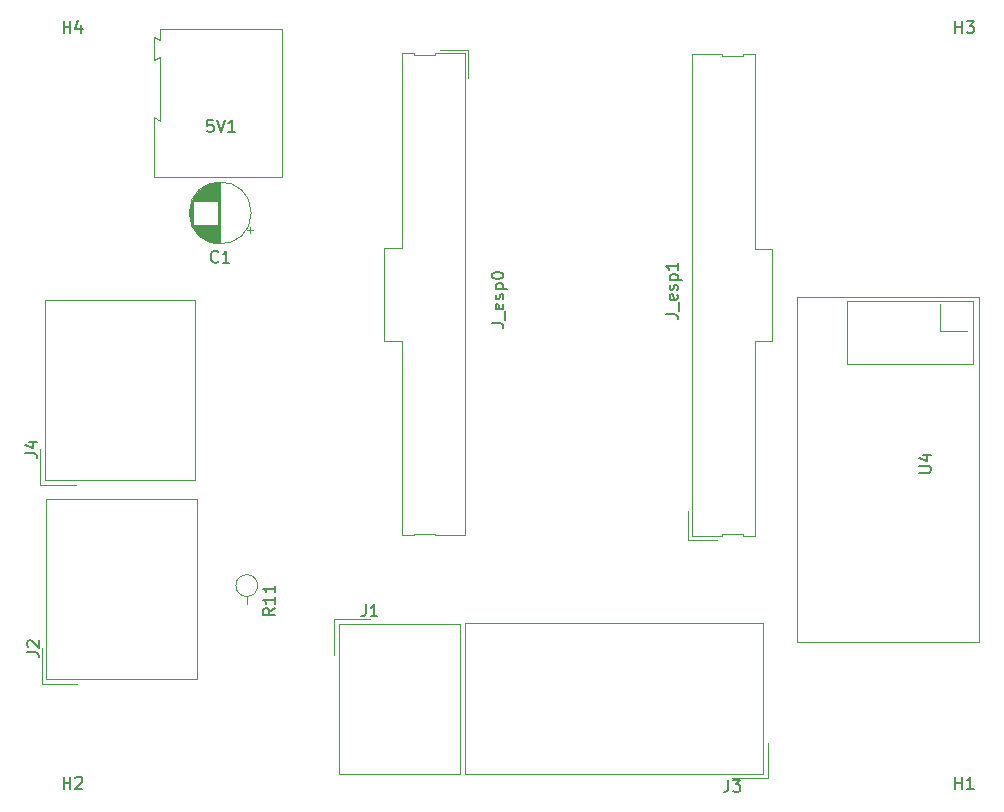
<source format=gbr>
%TF.GenerationSoftware,KiCad,Pcbnew,6.0.11+dfsg-1*%
%TF.CreationDate,2023-04-26T14:23:15-05:00*%
%TF.ProjectId,water_tank_module,77617465-725f-4746-916e-6b5f6d6f6475,rev?*%
%TF.SameCoordinates,Original*%
%TF.FileFunction,Legend,Top*%
%TF.FilePolarity,Positive*%
%FSLAX46Y46*%
G04 Gerber Fmt 4.6, Leading zero omitted, Abs format (unit mm)*
G04 Created by KiCad (PCBNEW 6.0.11+dfsg-1) date 2023-04-26 14:23:15*
%MOMM*%
%LPD*%
G01*
G04 APERTURE LIST*
%ADD10C,0.150000*%
%ADD11C,0.120000*%
G04 APERTURE END LIST*
D10*
%TO.C,J4*%
X115752380Y-103333333D02*
X116466666Y-103333333D01*
X116609523Y-103380952D01*
X116704761Y-103476190D01*
X116752380Y-103619047D01*
X116752380Y-103714285D01*
X116085714Y-102428571D02*
X116752380Y-102428571D01*
X115704761Y-102666666D02*
X116419047Y-102904761D01*
X116419047Y-102285714D01*
%TO.C,J2*%
X115894880Y-120190833D02*
X116609166Y-120190833D01*
X116752023Y-120238452D01*
X116847261Y-120333690D01*
X116894880Y-120476547D01*
X116894880Y-120571785D01*
X115990119Y-119762261D02*
X115942500Y-119714642D01*
X115894880Y-119619404D01*
X115894880Y-119381309D01*
X115942500Y-119286071D01*
X115990119Y-119238452D01*
X116085357Y-119190833D01*
X116180595Y-119190833D01*
X116323452Y-119238452D01*
X116894880Y-119809880D01*
X116894880Y-119190833D01*
%TO.C,J3*%
X175274166Y-131009880D02*
X175274166Y-131724166D01*
X175226547Y-131867023D01*
X175131309Y-131962261D01*
X174988452Y-132009880D01*
X174893214Y-132009880D01*
X175655119Y-131009880D02*
X176274166Y-131009880D01*
X175940833Y-131390833D01*
X176083690Y-131390833D01*
X176178928Y-131438452D01*
X176226547Y-131486071D01*
X176274166Y-131581309D01*
X176274166Y-131819404D01*
X176226547Y-131914642D01*
X176178928Y-131962261D01*
X176083690Y-132009880D01*
X175797976Y-132009880D01*
X175702738Y-131962261D01*
X175655119Y-131914642D01*
%TO.C,H2*%
X118988095Y-131752380D02*
X118988095Y-130752380D01*
X118988095Y-131228571D02*
X119559523Y-131228571D01*
X119559523Y-131752380D02*
X119559523Y-130752380D01*
X119988095Y-130847619D02*
X120035714Y-130800000D01*
X120130952Y-130752380D01*
X120369047Y-130752380D01*
X120464285Y-130800000D01*
X120511904Y-130847619D01*
X120559523Y-130942857D01*
X120559523Y-131038095D01*
X120511904Y-131180952D01*
X119940476Y-131752380D01*
X120559523Y-131752380D01*
%TO.C,U4*%
X191425380Y-104997904D02*
X192234904Y-104997904D01*
X192330142Y-104950285D01*
X192377761Y-104902666D01*
X192425380Y-104807428D01*
X192425380Y-104616952D01*
X192377761Y-104521714D01*
X192330142Y-104474095D01*
X192234904Y-104426476D01*
X191425380Y-104426476D01*
X191758714Y-103521714D02*
X192425380Y-103521714D01*
X191377761Y-103759809D02*
X192092047Y-103997904D01*
X192092047Y-103378857D01*
%TO.C,C1*%
X132082446Y-87106255D02*
X132034827Y-87153874D01*
X131891970Y-87201493D01*
X131796732Y-87201493D01*
X131653874Y-87153874D01*
X131558636Y-87058636D01*
X131511017Y-86963398D01*
X131463398Y-86772922D01*
X131463398Y-86630065D01*
X131511017Y-86439589D01*
X131558636Y-86344351D01*
X131653874Y-86249113D01*
X131796732Y-86201493D01*
X131891970Y-86201493D01*
X132034827Y-86249113D01*
X132082446Y-86296732D01*
X133034827Y-87201493D02*
X132463398Y-87201493D01*
X132749113Y-87201493D02*
X132749113Y-86201493D01*
X132653874Y-86344351D01*
X132558636Y-86439589D01*
X132463398Y-86487208D01*
%TO.C,H3*%
X194488095Y-67752380D02*
X194488095Y-66752380D01*
X194488095Y-67228571D02*
X195059523Y-67228571D01*
X195059523Y-67752380D02*
X195059523Y-66752380D01*
X195440476Y-66752380D02*
X196059523Y-66752380D01*
X195726190Y-67133333D01*
X195869047Y-67133333D01*
X195964285Y-67180952D01*
X196011904Y-67228571D01*
X196059523Y-67323809D01*
X196059523Y-67561904D01*
X196011904Y-67657142D01*
X195964285Y-67704761D01*
X195869047Y-67752380D01*
X195583333Y-67752380D01*
X195488095Y-67704761D01*
X195440476Y-67657142D01*
%TO.C,J_esp0*%
X155229880Y-92345000D02*
X155944166Y-92345000D01*
X156087023Y-92392619D01*
X156182261Y-92487857D01*
X156229880Y-92630714D01*
X156229880Y-92725952D01*
X156325119Y-92106904D02*
X156325119Y-91345000D01*
X156182261Y-90725952D02*
X156229880Y-90821190D01*
X156229880Y-91011666D01*
X156182261Y-91106904D01*
X156087023Y-91154523D01*
X155706071Y-91154523D01*
X155610833Y-91106904D01*
X155563214Y-91011666D01*
X155563214Y-90821190D01*
X155610833Y-90725952D01*
X155706071Y-90678333D01*
X155801309Y-90678333D01*
X155896547Y-91154523D01*
X156182261Y-90297380D02*
X156229880Y-90202142D01*
X156229880Y-90011666D01*
X156182261Y-89916428D01*
X156087023Y-89868809D01*
X156039404Y-89868809D01*
X155944166Y-89916428D01*
X155896547Y-90011666D01*
X155896547Y-90154523D01*
X155848928Y-90249761D01*
X155753690Y-90297380D01*
X155706071Y-90297380D01*
X155610833Y-90249761D01*
X155563214Y-90154523D01*
X155563214Y-90011666D01*
X155610833Y-89916428D01*
X155563214Y-89440238D02*
X156563214Y-89440238D01*
X155610833Y-89440238D02*
X155563214Y-89345000D01*
X155563214Y-89154523D01*
X155610833Y-89059285D01*
X155658452Y-89011666D01*
X155753690Y-88964047D01*
X156039404Y-88964047D01*
X156134642Y-89011666D01*
X156182261Y-89059285D01*
X156229880Y-89154523D01*
X156229880Y-89345000D01*
X156182261Y-89440238D01*
X155229880Y-88345000D02*
X155229880Y-88249761D01*
X155277500Y-88154523D01*
X155325119Y-88106904D01*
X155420357Y-88059285D01*
X155610833Y-88011666D01*
X155848928Y-88011666D01*
X156039404Y-88059285D01*
X156134642Y-88106904D01*
X156182261Y-88154523D01*
X156229880Y-88249761D01*
X156229880Y-88345000D01*
X156182261Y-88440238D01*
X156134642Y-88487857D01*
X156039404Y-88535476D01*
X155848928Y-88583095D01*
X155610833Y-88583095D01*
X155420357Y-88535476D01*
X155325119Y-88487857D01*
X155277500Y-88440238D01*
X155229880Y-88345000D01*
%TO.C,5V1*%
X131640133Y-75140443D02*
X131163942Y-75140443D01*
X131116323Y-75616634D01*
X131163942Y-75569015D01*
X131259180Y-75521396D01*
X131497276Y-75521396D01*
X131592514Y-75569015D01*
X131640133Y-75616634D01*
X131687752Y-75711872D01*
X131687752Y-75949967D01*
X131640133Y-76045205D01*
X131592514Y-76092824D01*
X131497276Y-76140443D01*
X131259180Y-76140443D01*
X131163942Y-76092824D01*
X131116323Y-76045205D01*
X131973466Y-75140443D02*
X132306800Y-76140443D01*
X132640133Y-75140443D01*
X133497276Y-76140443D02*
X132925847Y-76140443D01*
X133211561Y-76140443D02*
X133211561Y-75140443D01*
X133116323Y-75283301D01*
X133021085Y-75378539D01*
X132925847Y-75426158D01*
%TO.C,H4*%
X118988095Y-67752380D02*
X118988095Y-66752380D01*
X118988095Y-67228571D02*
X119559523Y-67228571D01*
X119559523Y-67752380D02*
X119559523Y-66752380D01*
X120464285Y-67085714D02*
X120464285Y-67752380D01*
X120226190Y-66704761D02*
X119988095Y-67419047D01*
X120607142Y-67419047D01*
%TO.C,H1*%
X194488095Y-131752380D02*
X194488095Y-130752380D01*
X194488095Y-131228571D02*
X195059523Y-131228571D01*
X195059523Y-131752380D02*
X195059523Y-130752380D01*
X196059523Y-131752380D02*
X195488095Y-131752380D01*
X195773809Y-131752380D02*
X195773809Y-130752380D01*
X195678571Y-130895238D01*
X195583333Y-130990476D01*
X195488095Y-131038095D01*
%TO.C,J1*%
X144559166Y-116144880D02*
X144559166Y-116859166D01*
X144511547Y-117002023D01*
X144416309Y-117097261D01*
X144273452Y-117144880D01*
X144178214Y-117144880D01*
X145559166Y-117144880D02*
X144987738Y-117144880D01*
X145273452Y-117144880D02*
X145273452Y-116144880D01*
X145178214Y-116287738D01*
X145082976Y-116382976D01*
X144987738Y-116430595D01*
%TO.C,R11*%
X136872380Y-116462607D02*
X136396190Y-116795940D01*
X136872380Y-117034035D02*
X135872380Y-117034035D01*
X135872380Y-116653083D01*
X135920000Y-116557845D01*
X135967619Y-116510226D01*
X136062857Y-116462607D01*
X136205714Y-116462607D01*
X136300952Y-116510226D01*
X136348571Y-116557845D01*
X136396190Y-116653083D01*
X136396190Y-117034035D01*
X136872380Y-115510226D02*
X136872380Y-116081654D01*
X136872380Y-115795940D02*
X135872380Y-115795940D01*
X136015238Y-115891178D01*
X136110476Y-115986416D01*
X136158095Y-116081654D01*
X136872380Y-114557845D02*
X136872380Y-115129273D01*
X136872380Y-114843559D02*
X135872380Y-114843559D01*
X136015238Y-114938797D01*
X136110476Y-115034035D01*
X136158095Y-115129273D01*
%TO.C,J_esp1*%
X169975380Y-91564000D02*
X170689666Y-91564000D01*
X170832523Y-91611619D01*
X170927761Y-91706857D01*
X170975380Y-91849714D01*
X170975380Y-91944952D01*
X171070619Y-91325904D02*
X171070619Y-90564000D01*
X170927761Y-89944952D02*
X170975380Y-90040190D01*
X170975380Y-90230666D01*
X170927761Y-90325904D01*
X170832523Y-90373523D01*
X170451571Y-90373523D01*
X170356333Y-90325904D01*
X170308714Y-90230666D01*
X170308714Y-90040190D01*
X170356333Y-89944952D01*
X170451571Y-89897333D01*
X170546809Y-89897333D01*
X170642047Y-90373523D01*
X170927761Y-89516380D02*
X170975380Y-89421142D01*
X170975380Y-89230666D01*
X170927761Y-89135428D01*
X170832523Y-89087809D01*
X170784904Y-89087809D01*
X170689666Y-89135428D01*
X170642047Y-89230666D01*
X170642047Y-89373523D01*
X170594428Y-89468761D01*
X170499190Y-89516380D01*
X170451571Y-89516380D01*
X170356333Y-89468761D01*
X170308714Y-89373523D01*
X170308714Y-89230666D01*
X170356333Y-89135428D01*
X170308714Y-88659238D02*
X171308714Y-88659238D01*
X170356333Y-88659238D02*
X170308714Y-88564000D01*
X170308714Y-88373523D01*
X170356333Y-88278285D01*
X170403952Y-88230666D01*
X170499190Y-88183047D01*
X170784904Y-88183047D01*
X170880142Y-88230666D01*
X170927761Y-88278285D01*
X170975380Y-88373523D01*
X170975380Y-88564000D01*
X170927761Y-88659238D01*
X170975380Y-87230666D02*
X170975380Y-87802095D01*
X170975380Y-87516380D02*
X169975380Y-87516380D01*
X170118238Y-87611619D01*
X170213476Y-87706857D01*
X170261095Y-87802095D01*
D11*
%TO.C,J4*%
X120000000Y-106000000D02*
X117000000Y-106000000D01*
X117380000Y-105620000D02*
X117380000Y-90380000D01*
X117380000Y-90380000D02*
X130120000Y-90380000D01*
X117000000Y-106000000D02*
X117000000Y-103000000D01*
X117380000Y-105620000D02*
X117380000Y-90380000D01*
X130120000Y-105620000D02*
X130120000Y-90380000D01*
X117380000Y-105620000D02*
X130120000Y-105620000D01*
X117380000Y-90380000D02*
X130120000Y-90380000D01*
X117380000Y-105620000D02*
X130120000Y-105620000D01*
X130120000Y-105620000D02*
X130120000Y-90380000D01*
%TO.C,J2*%
X117522500Y-122477500D02*
X117522500Y-107237500D01*
X120142500Y-122857500D02*
X117142500Y-122857500D01*
X117522500Y-122477500D02*
X130262500Y-122477500D01*
X117522500Y-107237500D02*
X130262500Y-107237500D01*
X117522500Y-107237500D02*
X130262500Y-107237500D01*
X117522500Y-122477500D02*
X117522500Y-107237500D01*
X130262500Y-122477500D02*
X130262500Y-107237500D01*
X117142500Y-122857500D02*
X117142500Y-119857500D01*
X130262500Y-122477500D02*
X130262500Y-107237500D01*
X117522500Y-122477500D02*
X130262500Y-122477500D01*
%TO.C,J3*%
X178227500Y-117737500D02*
X152987500Y-117737500D01*
X152987500Y-130477500D02*
X152987500Y-117737500D01*
X152987500Y-130477500D02*
X152987500Y-117737500D01*
X178227500Y-130477500D02*
X152987500Y-130477500D01*
X178227500Y-117737500D02*
X152987500Y-117737500D01*
X178227500Y-130477500D02*
X178227500Y-117737500D01*
X178607500Y-127857500D02*
X178607500Y-130857500D01*
X178227500Y-130477500D02*
X178227500Y-117737500D01*
X178227500Y-130477500D02*
X152987500Y-130477500D01*
X178607500Y-130857500D02*
X175607500Y-130857500D01*
%TO.C,U4*%
X195947000Y-90474000D02*
X195947000Y-90474000D01*
X195947000Y-90474000D02*
X195947000Y-95808000D01*
X196523000Y-90144000D02*
X196523000Y-119344000D01*
X185279000Y-95808000D02*
X185279000Y-90474000D01*
X193153000Y-90728000D02*
X193153000Y-90728000D01*
X181073000Y-90144000D02*
X196523000Y-90144000D01*
X185279000Y-90474000D02*
X185279000Y-90474000D01*
X195439000Y-93014000D02*
X193153000Y-93014000D01*
X193153000Y-93014000D02*
X193153000Y-90728000D01*
X195947000Y-95808000D02*
X185279000Y-95808000D01*
X196523000Y-90144000D02*
X196523000Y-90144000D01*
X185279000Y-90474000D02*
X195947000Y-90474000D01*
X196523000Y-119344000D02*
X181073000Y-119344000D01*
X181073000Y-119344000D02*
X181073000Y-90144000D01*
%TO.C,C1*%
X129768113Y-83804113D02*
X129768113Y-82194113D01*
X131008113Y-81959113D02*
X131008113Y-80731113D01*
X130608113Y-81959113D02*
X130608113Y-80995113D01*
X131729113Y-85527113D02*
X131729113Y-84039113D01*
X131689113Y-85519113D02*
X131689113Y-84039113D01*
X130528113Y-84936113D02*
X130528113Y-84039113D01*
X130968113Y-81959113D02*
X130968113Y-80752113D01*
X130368113Y-84784113D02*
X130368113Y-84039113D01*
X129968113Y-84250113D02*
X129968113Y-84039113D01*
X130088113Y-81959113D02*
X130088113Y-81556113D01*
X131969113Y-81959113D02*
X131969113Y-80434113D01*
X131528113Y-81959113D02*
X131528113Y-80519113D01*
X131849113Y-85549113D02*
X131849113Y-84039113D01*
X131729113Y-81959113D02*
X131729113Y-80471113D01*
X131368113Y-85427113D02*
X131368113Y-84039113D01*
X130928113Y-81959113D02*
X130928113Y-80775113D01*
X131328113Y-81959113D02*
X131328113Y-80585113D01*
X131929113Y-85560113D02*
X131929113Y-84039113D01*
X130128113Y-84499113D02*
X130128113Y-84039113D01*
X131849113Y-81959113D02*
X131849113Y-80449113D01*
X131769113Y-85535113D02*
X131769113Y-84039113D01*
X131569113Y-85490113D02*
X131569113Y-84039113D01*
X131288113Y-81959113D02*
X131288113Y-80601113D01*
X130608113Y-85003113D02*
X130608113Y-84039113D01*
X130488113Y-81959113D02*
X130488113Y-81098113D01*
X130808113Y-85148113D02*
X130808113Y-84039113D01*
X130768113Y-85121113D02*
X130768113Y-84039113D01*
X131448113Y-85454113D02*
X131448113Y-84039113D01*
X132249113Y-85579113D02*
X132249113Y-80419113D01*
X132129113Y-85577113D02*
X132129113Y-80421113D01*
X132089113Y-85575113D02*
X132089113Y-80423113D01*
X131328113Y-85413113D02*
X131328113Y-84039113D01*
X132169113Y-85578113D02*
X132169113Y-80420113D01*
X129848113Y-84010113D02*
X129848113Y-81988113D01*
X130328113Y-81959113D02*
X130328113Y-81256113D01*
X130688113Y-85064113D02*
X130688113Y-84039113D01*
X131488113Y-85467113D02*
X131488113Y-84039113D01*
X131008113Y-85267113D02*
X131008113Y-84039113D01*
X130368113Y-81959113D02*
X130368113Y-81214113D01*
X130168113Y-81959113D02*
X130168113Y-81445113D01*
X130448113Y-81959113D02*
X130448113Y-81135113D01*
X130888113Y-81959113D02*
X130888113Y-80799113D01*
X131528113Y-85479113D02*
X131528113Y-84039113D01*
X131929113Y-81959113D02*
X131929113Y-80438113D01*
X130208113Y-81959113D02*
X130208113Y-81394113D01*
X130288113Y-81959113D02*
X130288113Y-81300113D01*
X134803888Y-84724113D02*
X134803888Y-84224113D01*
X131649113Y-85510113D02*
X131649113Y-84039113D01*
X131368113Y-81959113D02*
X131368113Y-80571113D01*
X130728113Y-81959113D02*
X130728113Y-80904113D01*
X131769113Y-81959113D02*
X131769113Y-80463113D01*
X131889113Y-85555113D02*
X131889113Y-84039113D01*
X131128113Y-81959113D02*
X131128113Y-80670113D01*
X130128113Y-81959113D02*
X130128113Y-81499113D01*
X130448113Y-84863113D02*
X130448113Y-84039113D01*
X131248113Y-85381113D02*
X131248113Y-84039113D01*
X130568113Y-84970113D02*
X130568113Y-84039113D01*
X130168113Y-84553113D02*
X130168113Y-84039113D01*
X130928113Y-85223113D02*
X130928113Y-84039113D01*
X129808113Y-83914113D02*
X129808113Y-82084113D01*
X129928113Y-84177113D02*
X129928113Y-81821113D01*
X130408113Y-84825113D02*
X130408113Y-84039113D01*
X131969113Y-85564113D02*
X131969113Y-84039113D01*
X130328113Y-84742113D02*
X130328113Y-84039113D01*
X131408113Y-85441113D02*
X131408113Y-84039113D01*
X131088113Y-85309113D02*
X131088113Y-84039113D01*
X130528113Y-81959113D02*
X130528113Y-81062113D01*
X130568113Y-81959113D02*
X130568113Y-81028113D01*
X130208113Y-84604113D02*
X130208113Y-84039113D01*
X132009113Y-85568113D02*
X132009113Y-84039113D01*
X130888113Y-85199113D02*
X130888113Y-84039113D01*
X129888113Y-84097113D02*
X129888113Y-81901113D01*
X129728113Y-83676113D02*
X129728113Y-82322113D01*
X132209113Y-85579113D02*
X132209113Y-80419113D01*
X130848113Y-81959113D02*
X130848113Y-80824113D01*
X130688113Y-81959113D02*
X130688113Y-80934113D01*
X131208113Y-81959113D02*
X131208113Y-80634113D01*
X130288113Y-84698113D02*
X130288113Y-84039113D01*
X131809113Y-85542113D02*
X131809113Y-84039113D01*
X131128113Y-85328113D02*
X131128113Y-84039113D01*
X130008113Y-81959113D02*
X130008113Y-81680113D01*
X131689113Y-81959113D02*
X131689113Y-80479113D01*
X131889113Y-81959113D02*
X131889113Y-80443113D01*
X130248113Y-81959113D02*
X130248113Y-81346113D01*
X131048113Y-81959113D02*
X131048113Y-80709113D01*
X131168113Y-81959113D02*
X131168113Y-80651113D01*
X130808113Y-81959113D02*
X130808113Y-80850113D01*
X132009113Y-81959113D02*
X132009113Y-80430113D01*
X131168113Y-85347113D02*
X131168113Y-84039113D01*
X131448113Y-81959113D02*
X131448113Y-80544113D01*
X130048113Y-84382113D02*
X130048113Y-84039113D01*
X131408113Y-81959113D02*
X131408113Y-80557113D01*
X131609113Y-81959113D02*
X131609113Y-80498113D01*
X130728113Y-85094113D02*
X130728113Y-84039113D01*
X130848113Y-85174113D02*
X130848113Y-84039113D01*
X130488113Y-84900113D02*
X130488113Y-84039113D01*
X131208113Y-85364113D02*
X131208113Y-84039113D01*
X131088113Y-81959113D02*
X131088113Y-80689113D01*
X130648113Y-85034113D02*
X130648113Y-84039113D01*
X131649113Y-81959113D02*
X131649113Y-80488113D01*
X130048113Y-81959113D02*
X130048113Y-81616113D01*
X132049113Y-85572113D02*
X132049113Y-80426113D01*
X131248113Y-81959113D02*
X131248113Y-80617113D01*
X131609113Y-85500113D02*
X131609113Y-84039113D01*
X129688113Y-83517113D02*
X129688113Y-82481113D01*
X131288113Y-85397113D02*
X131288113Y-84039113D01*
X131809113Y-81959113D02*
X131809113Y-80456113D01*
X130008113Y-84318113D02*
X130008113Y-84039113D01*
X130088113Y-84442113D02*
X130088113Y-84039113D01*
X130968113Y-85246113D02*
X130968113Y-84039113D01*
X130768113Y-81959113D02*
X130768113Y-80877113D01*
X130248113Y-84652113D02*
X130248113Y-84039113D01*
X131569113Y-81959113D02*
X131569113Y-80508113D01*
X130648113Y-81959113D02*
X130648113Y-80964113D01*
X130408113Y-81959113D02*
X130408113Y-81173113D01*
X131048113Y-85289113D02*
X131048113Y-84039113D01*
X135053888Y-84474113D02*
X134553888Y-84474113D01*
X131488113Y-81959113D02*
X131488113Y-80531113D01*
X129648113Y-83283113D02*
X129648113Y-82715113D01*
X129968113Y-81959113D02*
X129968113Y-81748113D01*
X134869113Y-82999113D02*
G75*
G03*
X134869113Y-82999113I-2620000J0D01*
G01*
%TO.C,J_esp0*%
X147635000Y-110275000D02*
X148615000Y-110275000D01*
X148615000Y-110275000D02*
X148615000Y-110145000D01*
X153255000Y-69195000D02*
X153255000Y-71605000D01*
X150845000Y-69195000D02*
X153255000Y-69195000D01*
X147635000Y-93805000D02*
X147635000Y-110275000D01*
X147635000Y-69495000D02*
X147635000Y-85965000D01*
X146135000Y-93805000D02*
X147635000Y-93805000D01*
X152955000Y-110275000D02*
X152955000Y-69495000D01*
X148615000Y-110145000D02*
X150425000Y-110145000D01*
X148615000Y-69495000D02*
X147635000Y-69495000D01*
X150425000Y-69495000D02*
X150425000Y-69625000D01*
X146135000Y-85965000D02*
X146135000Y-93805000D01*
X150425000Y-69625000D02*
X148615000Y-69625000D01*
X152955000Y-69495000D02*
X150425000Y-69495000D01*
X150425000Y-110275000D02*
X152955000Y-110275000D01*
X148615000Y-69625000D02*
X148615000Y-69495000D01*
X147635000Y-85965000D02*
X146135000Y-85965000D01*
X150425000Y-110145000D02*
X150425000Y-110275000D01*
%TO.C,5V1*%
X127171800Y-68338063D02*
X126671800Y-68088063D01*
X137521800Y-79988063D02*
X137521800Y-67388063D01*
X126671800Y-69988063D02*
X126671800Y-70038063D01*
X126671800Y-70038063D02*
X127171800Y-69788063D01*
X126671800Y-68088063D02*
X126671800Y-69988063D01*
X127171800Y-69788063D02*
X127171800Y-75188063D01*
X127171800Y-75188063D02*
X126671800Y-74888063D01*
X126671800Y-79988063D02*
X137521800Y-79988063D01*
X126671800Y-74888063D02*
X126671800Y-79988063D01*
X137521800Y-67388063D02*
X127171800Y-67388063D01*
X127171800Y-67388063D02*
X127171800Y-68338063D01*
%TO.C,J1*%
X141892500Y-120392500D02*
X141892500Y-117392500D01*
X152512500Y-117772500D02*
X152512500Y-130512500D01*
X152512500Y-117772500D02*
X152512500Y-130512500D01*
X142272500Y-130512500D02*
X152512500Y-130512500D01*
X142272500Y-117772500D02*
X152512500Y-117772500D01*
X142272500Y-117772500D02*
X152512500Y-117772500D01*
X142272500Y-117772500D02*
X142272500Y-130512500D01*
X142272500Y-117772500D02*
X142272500Y-130512500D01*
X141892500Y-117392500D02*
X144892500Y-117392500D01*
X142272500Y-130512500D02*
X152512500Y-130512500D01*
%TO.C,R11*%
X134500000Y-115469750D02*
X134500000Y-116089750D01*
X135420000Y-114549750D02*
G75*
G03*
X135420000Y-114549750I-920000J0D01*
G01*
%TO.C,J_esp1*%
X174285500Y-110654000D02*
X171875500Y-110654000D01*
X174705500Y-110224000D02*
X176515500Y-110224000D01*
X172175500Y-69574000D02*
X172175500Y-110354000D01*
X176515500Y-110354000D02*
X177495500Y-110354000D01*
X177495500Y-93884000D02*
X178995500Y-93884000D01*
X174705500Y-110354000D02*
X174705500Y-110224000D01*
X178995500Y-86044000D02*
X177495500Y-86044000D01*
X176515500Y-110224000D02*
X176515500Y-110354000D01*
X174705500Y-69574000D02*
X172175500Y-69574000D01*
X177495500Y-110354000D02*
X177495500Y-93884000D01*
X176515500Y-69574000D02*
X176515500Y-69704000D01*
X177495500Y-86044000D02*
X177495500Y-69574000D01*
X171875500Y-110654000D02*
X171875500Y-108244000D01*
X177495500Y-69574000D02*
X176515500Y-69574000D01*
X176515500Y-69704000D02*
X174705500Y-69704000D01*
X178995500Y-93884000D02*
X178995500Y-86044000D01*
X174705500Y-69704000D02*
X174705500Y-69574000D01*
X172175500Y-110354000D02*
X174705500Y-110354000D01*
%TD*%
M02*

</source>
